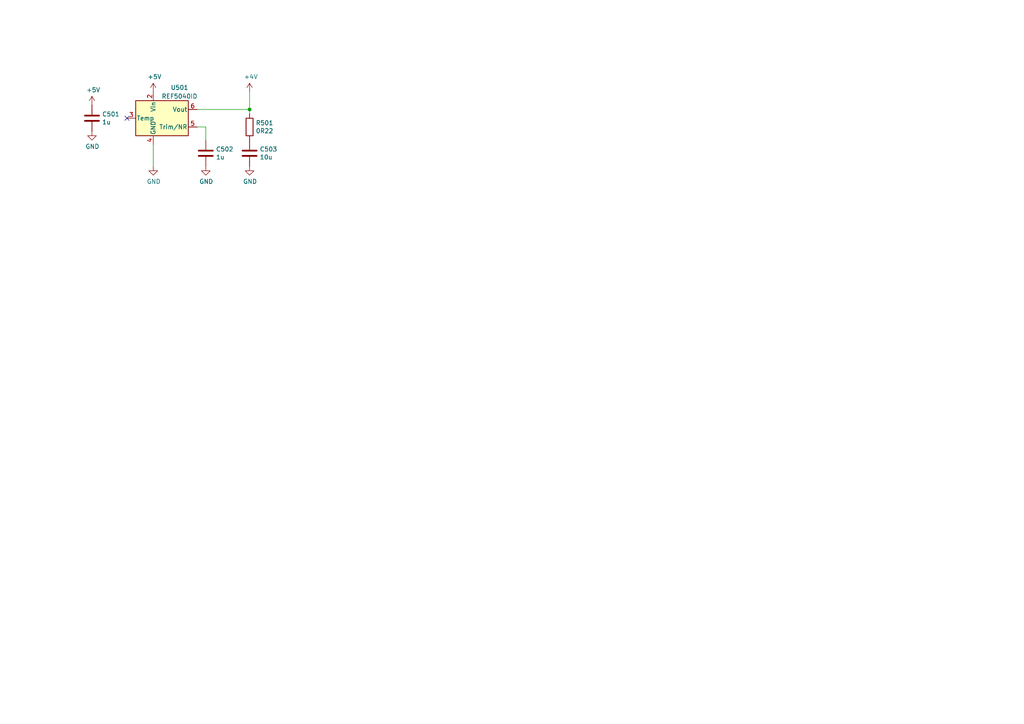
<source format=kicad_sch>
(kicad_sch (version 20211123) (generator eeschema)
  (paper "A4")
  (lib_symbols
    (symbol "Device:C" (pin_numbers hide) (pin_names (offset 0.254))
      (property "Reference" "C" (at 0.635 2.54 0))
      (property "Value" "C" (at 0.635 -2.54 0))
      (symbol "C_0_1"
        (polyline (pts (xy -2.032 -0.762) (xy 2.032 -0.762)) (stroke (width 0.508)))
        (polyline (pts (xy -2.032 0.762) (xy 2.032 0.762)) (stroke (width 0.508)))
      )
      (symbol "C_1_1"
        (pin passive line (at 0 3.81 270) (length 2.794) (name "~") (number "1"))
        (pin passive line (at 0 -3.81 90) (length 2.794) (name "~") (number "2"))
      )
    )
    (symbol "Device:R" (pin_numbers hide) (pin_names (offset 0))
      (property "Reference" "R" (at 2.032 0 90))
      (property "Value" "R" (at 0 0 90))
      (symbol "R_0_1"
        (rectangle (start -1.016 -2.54) (end 1.016 2.54) (stroke (width 0.254)))
      )
      (symbol "R_1_1"
        (pin passive line (at 0 3.81 270) (length 1.27) (name "~") (number "1"))
        (pin passive line (at 0 -3.81 90) (length 1.27) (name "~") (number "2"))
      )
    )
    (symbol "Reference_Voltage:REF5040ID" (pin_names (offset 0.254))
      (property "Reference" "U" (at -1.27 8.255 0))
      (property "Value" "REF5040ID" (at -1.27 6.35 0))
      (symbol "REF5040ID_0_1"
        (rectangle (start -7.62 5.08) (end 7.62 -5.08) (stroke (width 0.254)) (fill (type background)))
      )
      (symbol "REF5040ID_1_1"
        (pin no_connect line (at -7.62 2.54 0) (length 2.54) hide (name "DNC") (number "1"))
        (pin power_in line (at -2.54 7.62 270) (length 2.54) (name "Vin") (number "2"))
        (pin passive line (at -10.16 0 0) (length 2.54) (name "Temp") (number "3"))
        (pin power_in line (at -2.54 -7.62 90) (length 2.54) (name "GND") (number "4"))
        (pin passive line (at 10.16 -2.54 180) (length 2.54) (name "Trim/NR") (number "5"))
        (pin power_out line (at 10.16 2.54 180) (length 2.54) (name "Vout") (number "6"))
        (pin no_connect line (at -5.08 -5.08 90) (length 2.54) hide (name "NC") (number "7"))
        (pin no_connect line (at 7.62 0 180) (length 2.54) hide (name "DNC") (number "8"))
      )
    )
    (symbol "power:+4V" (power) (pin_names (offset 0))
      (property "Value" "+4V" (at 0 3.556 0))
      (symbol "+4V_0_1"
        (polyline (pts (xy -0.762 1.27) (xy 0 2.54)))
        (polyline (pts (xy 0 0) (xy 0 2.54)))
        (polyline (pts (xy 0 2.54) (xy 0.762 1.27)))
      )
      (symbol "+4V_1_1"
        (pin power_in line (at 0 0 90) (length 0) hide (name "+4V") (number "1"))
      )
    )
    (symbol "power:+5V" (power) (pin_names (offset 0))
      (property "Value" "+5V" (at 0 3.556 0))
      (symbol "+5V_0_1"
        (polyline (pts (xy -0.762 1.27) (xy 0 2.54)))
        (polyline (pts (xy 0 0) (xy 0 2.54)))
        (polyline (pts (xy 0 2.54) (xy 0.762 1.27)))
      )
      (symbol "+5V_1_1"
        (pin power_in line (at 0 0 90) (length 0) hide (name "+5V") (number "1"))
      )
    )
    (symbol "power:GND" (power) (pin_names (offset 0))
      (property "Value" "GND" (at 0 -3.81 0))
      (symbol "GND_0_1"
        (polyline (pts (xy 0 0) (xy 0 -1.27) (xy 1.27 -1.27) (xy 0 -2.54) (xy -1.27 -1.27) (xy 0 -1.27)))
      )
      (symbol "GND_1_1"
        (pin power_in line (at 0 0 270) (length 0) hide (name "GND") (number "1"))
      )
    )
  )
  (junction (at 72.39 31.75))
  (no_connect (at 36.83 34.29))
  (wire (pts (xy 72.39 33.02) (xy 72.39 31.75)))
  (wire (pts (xy 72.39 26.67) (xy 72.39 31.75)))
  (wire (pts (xy 59.69 36.83) (xy 57.15 36.83)))
  (wire (pts (xy 44.45 48.26) (xy 44.45 41.91)))
  (wire (pts (xy 72.39 31.75) (xy 57.15 31.75)))
  (wire (pts (xy 59.69 36.83) (xy 59.69 40.64)))
  (symbol (lib_id "power:GND") (at 26.67 38.1 0) (unit 1)
    (property "Reference" "#PWR0502" (effects hide))
    (property "Value" "GND" (at 26.797 42.4942 0))
  )
  (symbol (lib_id "Device:C") (at 26.67 34.29 0) (unit 1)
    (property "Reference" "C501" (at 29.591 33.1216 0) (effects (justify left)))
    (property "Value" "1u" (at 29.591 35.433 0) (effects (justify left)))
    (property "Footprint" "Capacitor_SMD:C_0603_1608Metric_Pad1.08x0.95mm_HandSolder" (effects hide))
  )
  (symbol (lib_id "Reference_Voltage:REF5040ID") (at 46.99 34.29 0) (unit 1)
    (property "Reference" "U501" (at 52.07 25.4 0))
    (property "Value" "REF5040ID" (at 52.07 27.94 0))
    (property "Footprint" "Package_SO:SOIC-8_3.9x4.9mm_P1.27mm" (effects hide))
    (property "Datasheet" "http://www.ti.com/lit/ds/symlink/ref5030.pdf" (effects hide))
  )
  (symbol (lib_id "Device:C") (at 59.69 44.45 0) (unit 1)
    (property "Reference" "C502" (at 62.611 43.2816 0) (effects (justify left)))
    (property "Value" "1u" (at 62.611 45.593 0) (effects (justify left)))
    (property "Footprint" "Capacitor_SMD:C_0603_1608Metric_Pad1.08x0.95mm_HandSolder" (effects hide))
  )
  (symbol (lib_id "power:+5V") (at 44.45 26.67 0) (unit 1)
    (property "Reference" "#PWR0503" (effects hide))
    (property "Value" "+5V" (at 44.831 22.2758 0))
  )
  (symbol (lib_id "power:+4V") (at 72.39 26.67 0) (unit 1)
    (property "Reference" "#PWR0506" (effects hide))
    (property "Value" "+4V" (at 72.771 22.2758 0))
  )
  (symbol (lib_id "Device:R") (at 72.39 36.83 0) (unit 1)
    (property "Reference" "R501" (at 74.168 35.6616 0) (effects (justify left)))
    (property "Value" "0R22" (at 74.168 37.973 0) (effects (justify left)))
    (property "Footprint" "Resistor_SMD:R_0603_1608Metric_Pad0.98x0.95mm_HandSolder" (effects hide))
  )
  (symbol (lib_id "power:+5V") (at 26.67 30.48 0) (unit 1)
    (property "Reference" "#PWR0501" (effects hide))
    (property "Value" "+5V" (at 27.051 26.0858 0))
  )
  (symbol (lib_id "Device:C") (at 72.39 44.45 0) (unit 1)
    (property "Reference" "C503" (at 75.311 43.2816 0) (effects (justify left)))
    (property "Value" "10u" (at 75.311 45.593 0) (effects (justify left)))
    (property "Footprint" "Resistor_SMD:R_0805_2012Metric_Pad1.20x1.40mm_HandSolder" (effects hide))
  )
  (symbol (lib_id "power:GND") (at 59.69 48.26 0) (unit 1)
    (property "Reference" "#PWR0505" (effects hide))
    (property "Value" "GND" (at 59.817 52.6542 0))
  )
  (symbol (lib_id "power:GND") (at 44.45 48.26 0) (unit 1)
    (property "Reference" "#PWR0504" (effects hide))
    (property "Value" "GND" (at 44.577 52.6542 0))
  )
  (symbol (lib_id "power:GND") (at 72.39 48.26 0) (unit 1)
    (property "Reference" "#PWR0507" (effects hide))
    (property "Value" "GND" (at 72.517 52.6542 0))
  )
)
</source>
